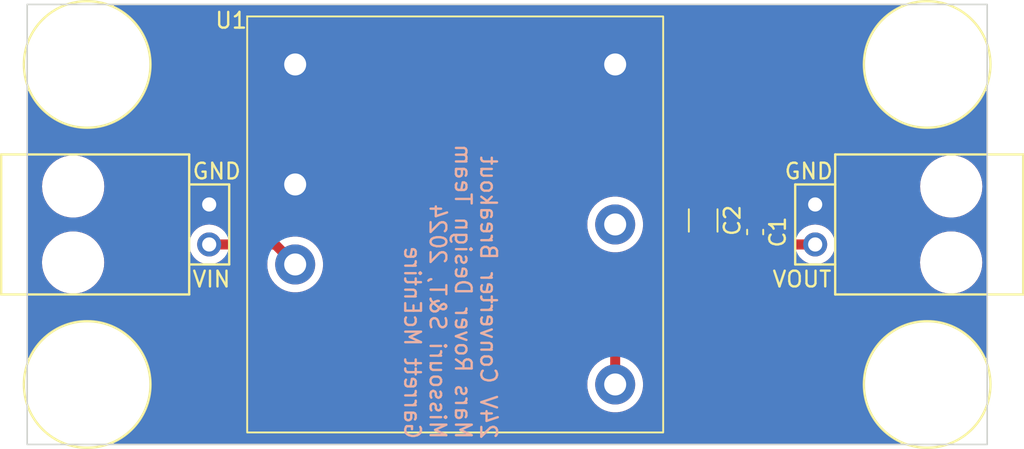
<source format=kicad_pcb>
(kicad_pcb (version 20221018) (generator pcbnew)
  (layers (0 "F.Cu" signal) (31 "B.Cu" signal) (34 "B.Paste" user) (35 "F.Paste" user) (36 "B.SilkS" user "B.Silkscreen") (37 "F.SilkS" user "F.Silkscreen") (38 "B.Mask" user) (39 "F.Mask" user) (44 "Edge.Cuts" user))
  (net 0 "")
  (net 1 "Net-(U1-VIN+)")
  (net 2 "Net-(U1-VOUT+)")
  (net 4 "GND")
  (footprint "MRDT_Drill_Holes:4_40_Hole" (layer "F.Cu") (at 69.85 71.12)
    (fp_text reference "V4" hide)
    (fp_text value "Via" hide)
    (fp_circle (center 0 0) (end -0.00508 4.01828) (stroke (width 0.15)) (fill none) (layer "F.SilkS"))
    (pad "" np_thru_hole circle (at 0 0) (size 2.9464 2.9464) (drill 2.9464) (layers "*.Cu" "*.Mask") (clearance 2.5))
  )
  (footprint "MRDT_Drill_Holes:4_40_Hole" (layer "F.Cu") (at 69.85 50.8)
    (fp_text reference "V1" hide)
    (fp_text value "Via" hide)
    (fp_circle (center 0 0) (end -0.00508 4.01828) (stroke (width 0.15)) (fill none) (layer "F.SilkS"))
    (pad "" np_thru_hole circle (at 0 0) (size 2.9464 2.9464) (drill 2.9464) (layers "*.Cu" "*.Mask") (clearance 2.5))
  )
  (footprint "MRDT_Devices:PKE3316ZPI" (layer "F.Cu") (at 80.01 47.752)
    (fp_text reference "U1" (at -1.016 0.254 unlocked) (layer "F.SilkS"))
    (fp_text value "PKE3316ZPI")
    (fp_rect (start 0 0) (end 26.416 26.416) (stroke (width 0.12)) (fill none) (layer "F.SilkS"))
    (pad "1" thru_hole circle (at 3.048 3.048) (size 2.54 2.54) (drill 1.397) (layers "*.Cu" "*.Mask") (net 4 "GND"))
    (pad "2" thru_hole circle (at 3.048 10.668) (size 2.54 2.54) (drill 1.397) (layers "*.Cu" "*.Mask") (net 4 "GND"))
    (pad "3" thru_hole circle (at 3.048 15.748) (size 2.54 2.54) (drill 1.397) (layers "*.Cu" "*.Mask") (net 1 "Net-(U1-VIN+)"))
    (pad "4" thru_hole circle (at 23.368 23.368) (size 2.54 2.54) (drill 1.397) (layers "*.Cu" "*.Mask") (net 2 "Net-(U1-VOUT+)"))
    (pad "5" thru_hole circle (at 23.368 13.208) (size 2.54 2.54) (drill 1.397) (layers "*.Cu" "*.Mask"))
    (pad "6" thru_hole circle (at 23.368 3.048) (size 2.54 2.54) (drill 1.397) (layers "*.Cu" "*.Mask") (net 4 "GND"))
  )
  (footprint "MRDT_Drill_Holes:4_40_Hole" (layer "F.Cu") (at 123.19 71.12)
    (fp_text reference "V2" hide)
    (fp_text value "Via" hide)
    (fp_circle (center 0 0) (end -0.00508 4.01828) (stroke (width 0.15)) (fill none) (layer "F.SilkS"))
    (pad "" np_thru_hole circle (at 0 0) (size 2.9464 2.9464) (drill 2.9464) (layers "*.Cu" "*.Mask") (clearance 2.5))
  )
  (footprint "Capacitor_SMD:C_1206_3216Metric_Pad1.33x1.80mm_HandSolder" (layer "F.Cu") (at 108.966 60.706 -90)
    (fp_text reference "C2" (at 0 -1.85 90) (layer "F.SilkS"))
    (fp_text value "10uF")
    (fp_line (start -0.711252 -0.91) (end 0.711252 -0.91) (stroke (width 0.12)) (layer "F.SilkS"))
    (fp_line (start -0.711252 0.91) (end 0.711252 0.91) (stroke (width 0.12)) (layer "F.SilkS"))
    (pad "1" smd roundrect (at -1.5625 0 270) (size 1.325 1.8) (layers "F.Cu" "F.Paste" "F.Mask") (roundrect_rratio 0.188679) (net 4 "GND"))
    (pad "2" smd roundrect (at 1.5625 0 270) (size 1.325 1.8) (layers "F.Cu" "F.Paste" "F.Mask") (roundrect_rratio 0.188679) (net 2 "Net-(U1-VOUT+)"))
  )
  (footprint "Capacitor_SMD:C_0603_1608Metric_Pad1.08x0.95mm_HandSolder" (layer "F.Cu") (at 112.268 61.4415 -90)
    (fp_text reference "C1" (at 0 -1.43 90) (layer "F.SilkS"))
    (fp_text value "0.1uF")
    (fp_line (start -0.146267 -0.51) (end 0.146267 -0.51) (stroke (width 0.12)) (layer "F.SilkS"))
    (fp_line (start -0.146267 0.51) (end 0.146267 0.51) (stroke (width 0.12)) (layer "F.SilkS"))
    (pad "1" smd roundrect (at -0.8625 0 270) (size 1.075 0.95) (layers "F.Cu" "F.Paste" "F.Mask") (net 4 "GND"))
    (pad "2" smd roundrect (at 0.8625 0 270) (size 1.075 0.95) (layers "F.Cu" "F.Paste" "F.Mask") (net 2 "Net-(U1-VOUT+)"))
  )
  (footprint "MRDT_Connectors:MOLEX_SL_02_Horizontal" (layer "F.Cu") (at 116.078 59.69 -90)
    (fp_text reference "Conn1" hide)
    (fp_text value "Molex_SL_02")
    (fp_line (start -3.175 -13.208) (end 5.715 -13.208) (stroke (width 0.15)) (layer "F.SilkS"))
    (fp_line (start -3.175 -1.27) (end -3.175 -13.208) (stroke (width 0.15)) (layer "F.SilkS"))
    (fp_line (start -3.175 -1.27) (end 5.715 -1.27) (stroke (width 0.15)) (layer "F.SilkS"))
    (fp_line (start -1.27 1.27) (end -1.27 -1.27) (stroke (width 0.15)) (layer "F.SilkS"))
    (fp_line (start 3.81 -1.27) (end 3.81 1.27) (stroke (width 0.15)) (layer "F.SilkS"))
    (fp_line (start 3.81 1.27) (end -1.27 1.27) (stroke (width 0.15)) (layer "F.SilkS"))
    (fp_line (start 5.715 -1.27) (end 5.715 -13.208) (stroke (width 0.15)) (layer "F.SilkS"))
    (pad "" np_thru_hole circle (at -1.145 -8.64 270) (size 3.45 3.45) (drill 3.45) (layers "*.Cu" "*.Mask"))
    (pad "" np_thru_hole circle (at 3.683 -8.636 270) (size 3.45 3.45) (drill 3.45) (layers "*.Cu" "*.Mask"))
    (pad "1" thru_hole circle (at 0 0 270) (size 1.524 1.524) (drill 0.9) (layers "*.Cu" "*.Mask") (net 4 "GND"))
    (pad "2" thru_hole circle (at 2.54 0 270) (size 1.524 1.524) (drill 0.9) (layers "*.Cu" "*.Mask") (net 2 "Net-(U1-VOUT+)"))
  )
  (footprint "MRDT_Connectors:MOLEX_SL_02_Horizontal" (layer "F.Cu") (at 77.597 62.23 90)
    (fp_text reference "Conn2" hide)
    (fp_text value "Molex_SL_02")
    (fp_line (start -3.175 -13.208) (end 5.715 -13.208) (stroke (width 0.15)) (layer "F.SilkS"))
    (fp_line (start -3.175 -1.27) (end -3.175 -13.208) (stroke (width 0.15)) (layer "F.SilkS"))
    (fp_line (start -3.175 -1.27) (end 5.715 -1.27) (stroke (width 0.15)) (layer "F.SilkS"))
    (fp_line (start -1.27 1.27) (end -1.27 -1.27) (stroke (width 0.15)) (layer "F.SilkS"))
    (fp_line (start 3.81 -1.27) (end 3.81 1.27) (stroke (width 0.15)) (layer "F.SilkS"))
    (fp_line (start 3.81 1.27) (end -1.27 1.27) (stroke (width 0.15)) (layer "F.SilkS"))
    (fp_line (start 5.715 -1.27) (end 5.715 -13.208) (stroke (width 0.15)) (layer "F.SilkS"))
    (pad "" np_thru_hole circle (at -1.145 -8.64 90) (size 3.45 3.45) (drill 3.45) (layers "*.Cu" "*.Mask"))
    (pad "" np_thru_hole circle (at 3.683 -8.636 90) (size 3.45 3.45) (drill 3.45) (layers "*.Cu" "*.Mask"))
    (pad "1" thru_hole circle (at 0 0 90) (size 1.524 1.524) (drill 0.9) (layers "*.Cu" "*.Mask") (net 1 "Net-(U1-VIN+)"))
    (pad "2" thru_hole circle (at 2.54 0 90) (size 1.524 1.524) (drill 0.9) (layers "*.Cu" "*.Mask") (net 4 "GND"))
  )
  (footprint "MRDT_Drill_Holes:4_40_Hole" (layer "F.Cu") (at 123.19 50.8)
    (fp_text reference "V3" hide)
    (fp_text value "Via" hide)
    (fp_circle (center 0 0) (end -0.00508 4.01828) (stroke (width 0.15)) (fill none) (layer "F.SilkS"))
    (pad "" np_thru_hole circle (at 0 0) (size 2.9464 2.9464) (drill 2.9464) (layers "*.Cu" "*.Mask") (clearance 2.5))
  )
  (gr_rect (start 66.04 46.99) (end 127 74.93) (stroke (width 0.1)) (fill none) (layer "Edge.Cuts"))
  (gr_text "24V Converter Breakout\nMars Rover Design Team\nMissouri S&T, 2024\nGarrett McEntire\n" (at 89.916 74.676 270) (layer "B.SilkS") (effects (font (size 1 1)) (justify left bottom mirror)))
  (gr_text "VIN\n" (at 76.454 65.024) (layer "F.SilkS") (effects (font (size 1 1)) (justify left bottom)))
  (gr_text "GND" (at 114.046 58.166) (layer "F.SilkS") (effects (font (size 1 1)) (justify left bottom)))
  (gr_text "GND" (at 76.454 58.166) (layer "F.SilkS") (effects (font (size 1 1)) (justify left bottom)))
  (gr_text "VOUT\n" (at 113.284 65.024) (layer "F.SilkS") (effects (font (size 1 1)) (justify left bottom)))
  (segment (start 77.597 62.23) (end 81.788 62.23) (width 0.635) (layer "F.Cu") (net 1))
  (segment (start 81.788 62.23) (end 83.058 63.5) (width 0.635) (layer "F.Cu") (net 1))
  (segment (start 103.378 71.12) (end 103.378 67.8565) (width 0.635) (layer "F.Cu") (net 2))
  (segment (start 103.378 67.8565) (end 108.966 62.2685) (width 0.635) (layer "F.Cu") (net 2))
  (segment (start 116.078 62.23) (end 109.0045 62.23) (width 0.635) (layer "F.Cu") (net 2))
  (segment (start 112.342 62.23) (end 112.268 62.304) (width 0.635) (layer "F.Cu") (net 2))
  (segment (start 109.0045 62.23) (end 108.966 62.2685) (width 0.635) (layer "F.Cu") (net 2))
  (segment (start 116.078 62.23) (end 112.342 62.23) (width 0.635) (layer "F.Cu") (net 2))
  (zone (net 4) (net_name "GND") (layers "F&B.Cu") (connect_pads yes (clearance 0.5)) (min_thickness 0.25) (fill yes (thermal_gap 0.5) (thermal_bridge_width 0.5))
    (polygon (pts (xy 66.04 46.99) (xy 127 46.99) (xy 127 74.93) (xy 66.04 74.93)))
  )
)
</source>
